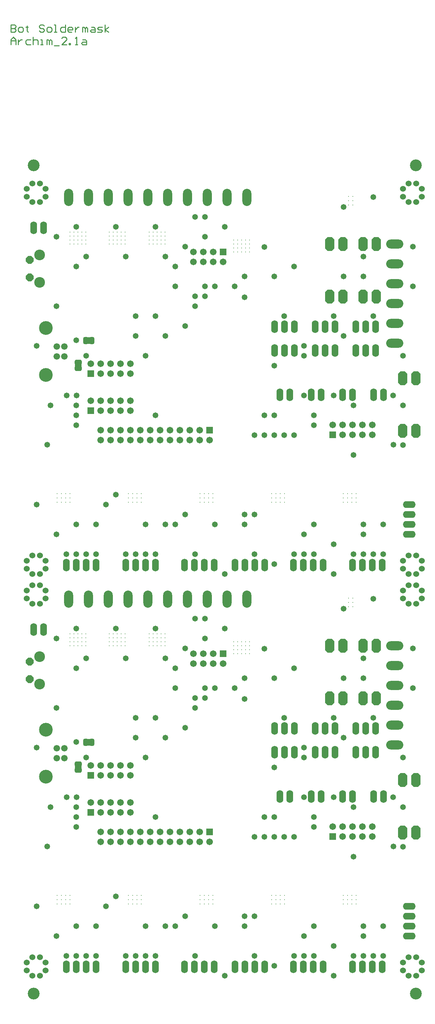
<source format=gbs>
G04*
G04 #@! TF.GenerationSoftware,Altium Limited,Altium Designer,18.1.7 (191)*
G04*
G04 Layer_Color=16711935*
%FSLAX25Y25*%
%MOIN*%
G70*
G01*
G75*
%ADD12C,0.01000*%
%ADD84C,0.06000*%
%ADD126C,0.05800*%
G04:AMPARAMS|DCode=253|XSize=118.74mil|YSize=118.74mil|CornerRadius=59.37mil|HoleSize=0mil|Usage=FLASHONLY|Rotation=90.000|XOffset=0mil|YOffset=0mil|HoleType=Round|Shape=RoundedRectangle|*
%AMROUNDEDRECTD253*
21,1,0.11874,0.00000,0,0,90.0*
21,1,0.00000,0.11874,0,0,90.0*
1,1,0.11874,0.00000,0.00000*
1,1,0.11874,0.00000,0.00000*
1,1,0.11874,0.00000,0.00000*
1,1,0.11874,0.00000,0.00000*
%
%ADD253ROUNDEDRECTD253*%
%ADD325C,0.06706*%
%ADD326R,0.06706X0.06706*%
%ADD327O,0.06800X0.12800*%
G04:AMPARAMS|DCode=328|XSize=141mil|YSize=91mil|CornerRadius=0mil|HoleSize=0mil|Usage=FLASHONLY|Rotation=90.000|XOffset=0mil|YOffset=0mil|HoleType=Round|Shape=Octagon|*
%AMOCTAGOND328*
4,1,8,0.02275,0.07050,-0.02275,0.07050,-0.04550,0.04775,-0.04550,-0.04775,-0.02275,-0.07050,0.02275,-0.07050,0.04550,-0.04775,0.04550,0.04775,0.02275,0.07050,0.0*
%
%ADD328OCTAGOND328*%

%ADD329O,0.17300X0.09050*%
%ADD330O,0.12800X0.06800*%
%ADD331O,0.09050X0.17300*%
%ADD332C,0.10800*%
%ADD333P,0.08443X8X292.5*%
%ADD334C,0.13850*%
%ADD335C,0.06600*%
%ADD336C,0.01000*%
%ADD337R,0.03543X0.07045*%
%ADD338R,0.07045X0.03543*%
G04:AMPARAMS|DCode=339|XSize=58mil|YSize=58mil|CornerRadius=29mil|HoleSize=0mil|Usage=FLASHONLY|Rotation=90.000|XOffset=0mil|YOffset=0mil|HoleType=Round|Shape=RoundedRectangle|*
%AMROUNDEDRECTD339*
21,1,0.05800,0.00000,0,0,90.0*
21,1,0.00000,0.05800,0,0,90.0*
1,1,0.05800,0.00000,0.00000*
1,1,0.05800,0.00000,0.00000*
1,1,0.05800,0.00000,0.00000*
1,1,0.05800,0.00000,0.00000*
%
%ADD339ROUNDEDRECTD339*%
G04:AMPARAMS|DCode=340|XSize=54mil|YSize=71mil|CornerRadius=15.5mil|HoleSize=0mil|Usage=FLASHONLY|Rotation=180.000|XOffset=0mil|YOffset=0mil|HoleType=Round|Shape=RoundedRectangle|*
%AMROUNDEDRECTD340*
21,1,0.05400,0.04000,0,0,180.0*
21,1,0.02300,0.07100,0,0,180.0*
1,1,0.03100,-0.01150,0.02000*
1,1,0.03100,0.01150,0.02000*
1,1,0.03100,0.01150,-0.02000*
1,1,0.03100,-0.01150,-0.02000*
%
%ADD340ROUNDEDRECTD340*%
G04:AMPARAMS|DCode=341|XSize=54mil|YSize=71mil|CornerRadius=15.5mil|HoleSize=0mil|Usage=FLASHONLY|Rotation=90.000|XOffset=0mil|YOffset=0mil|HoleType=Round|Shape=RoundedRectangle|*
%AMROUNDEDRECTD341*
21,1,0.05400,0.04000,0,0,90.0*
21,1,0.02300,0.07100,0,0,90.0*
1,1,0.03100,0.02000,0.01150*
1,1,0.03100,0.02000,-0.01150*
1,1,0.03100,-0.02000,-0.01150*
1,1,0.03100,-0.02000,0.01150*
%
%ADD341ROUNDEDRECTD341*%
G54D12*
X14869Y969840D02*
Y974838D01*
X17369Y977337D01*
X19868Y974838D01*
Y969840D01*
Y973589D01*
X14869D01*
X22367Y974838D02*
Y969840D01*
Y972339D01*
X23617Y973589D01*
X24866Y974838D01*
X26116D01*
X34863D02*
X31114D01*
X29865Y973589D01*
Y971089D01*
X31114Y969840D01*
X34863D01*
X37362Y977337D02*
Y969840D01*
Y973589D01*
X38612Y974838D01*
X41111D01*
X42360Y973589D01*
Y969840D01*
X44860D02*
X47359D01*
X46109D01*
Y974838D01*
X44860D01*
X51108Y969840D02*
Y974838D01*
X52357D01*
X53607Y973589D01*
Y969840D01*
Y973589D01*
X54856Y974838D01*
X56106Y973589D01*
Y969840D01*
X58605Y968590D02*
X63604D01*
X71101Y969840D02*
X66103D01*
X71101Y974838D01*
Y976088D01*
X69852Y977337D01*
X67352D01*
X66103Y976088D01*
X73601Y969840D02*
Y971089D01*
X74850D01*
Y969840D01*
X73601D01*
X79848D02*
X82348D01*
X81098D01*
Y977337D01*
X79848Y976088D01*
X87346Y974838D02*
X89845D01*
X91095Y973589D01*
Y969840D01*
X87346D01*
X86096Y971089D01*
X87346Y972339D01*
X91095D01*
X14869Y989837D02*
Y982340D01*
X18618D01*
X19868Y983589D01*
Y984839D01*
X18618Y986089D01*
X14869D01*
X18618D01*
X19868Y987338D01*
Y988588D01*
X18618Y989837D01*
X14869D01*
X23617Y982340D02*
X26116D01*
X27365Y983589D01*
Y986089D01*
X26116Y987338D01*
X23617D01*
X22367Y986089D01*
Y983589D01*
X23617Y982340D01*
X31114Y988588D02*
Y987338D01*
X29865D01*
X32364D01*
X31114D01*
Y983589D01*
X32364Y982340D01*
X48608Y988588D02*
X47359Y989837D01*
X44860D01*
X43610Y988588D01*
Y987338D01*
X44860Y986089D01*
X47359D01*
X48608Y984839D01*
Y983589D01*
X47359Y982340D01*
X44860D01*
X43610Y983589D01*
X52357Y982340D02*
X54856D01*
X56106Y983589D01*
Y986089D01*
X54856Y987338D01*
X52357D01*
X51108Y986089D01*
Y983589D01*
X52357Y982340D01*
X58605D02*
X61105D01*
X59855D01*
Y989837D01*
X58605D01*
X69852D02*
Y982340D01*
X66103D01*
X64853Y983589D01*
Y986089D01*
X66103Y987338D01*
X69852D01*
X76100Y982340D02*
X73601D01*
X72351Y983589D01*
Y986089D01*
X73601Y987338D01*
X76100D01*
X77349Y986089D01*
Y984839D01*
X72351D01*
X79848Y987338D02*
Y982340D01*
Y984839D01*
X81098Y986089D01*
X82348Y987338D01*
X83597D01*
X87346Y982340D02*
Y987338D01*
X88596D01*
X89845Y986089D01*
Y982340D01*
Y986089D01*
X91095Y987338D01*
X92344Y986089D01*
Y982340D01*
X96093Y987338D02*
X98592D01*
X99842Y986089D01*
Y982340D01*
X96093D01*
X94844Y983589D01*
X96093Y984839D01*
X99842D01*
X102341Y982340D02*
X106090D01*
X107340Y983589D01*
X106090Y984839D01*
X103591D01*
X102341Y986089D01*
X103591Y987338D01*
X107340D01*
X109839Y982340D02*
Y989837D01*
Y984839D02*
X113588Y987338D01*
X109839Y984839D02*
X113588Y982340D01*
G54D84*
X44331Y30945D02*
D03*
X36457D02*
D03*
X30945Y36457D02*
D03*
Y44331D02*
D03*
X36457Y49843D02*
D03*
X44331D02*
D03*
X49843Y44331D02*
D03*
Y36457D02*
D03*
X44331Y405945D02*
D03*
X36457D02*
D03*
X30945Y411457D02*
D03*
Y419331D02*
D03*
X36457Y424843D02*
D03*
X44331D02*
D03*
X49843Y419331D02*
D03*
Y411457D02*
D03*
X424331Y405945D02*
D03*
X416457D02*
D03*
X410945Y411457D02*
D03*
Y419331D02*
D03*
X416457Y424843D02*
D03*
X424331D02*
D03*
X429843Y419331D02*
D03*
Y411457D02*
D03*
X424331Y30945D02*
D03*
X416457D02*
D03*
X410945Y36457D02*
D03*
Y44331D02*
D03*
X416457Y49843D02*
D03*
X424331D02*
D03*
X429843Y44331D02*
D03*
Y36457D02*
D03*
X44331Y435945D02*
D03*
X36457D02*
D03*
X30945Y441457D02*
D03*
Y449331D02*
D03*
X36457Y454843D02*
D03*
X44331D02*
D03*
X49843Y449331D02*
D03*
Y441457D02*
D03*
X44331Y810945D02*
D03*
X36457D02*
D03*
X30945Y816457D02*
D03*
Y824331D02*
D03*
X36457Y829842D02*
D03*
X44331D02*
D03*
X49843Y824331D02*
D03*
Y816457D02*
D03*
X424331Y810945D02*
D03*
X416457D02*
D03*
X410945Y816457D02*
D03*
Y824331D02*
D03*
X416457Y829842D02*
D03*
X424331D02*
D03*
X429843Y824331D02*
D03*
Y816457D02*
D03*
X424331Y435945D02*
D03*
X416457D02*
D03*
X410945Y441457D02*
D03*
Y449331D02*
D03*
X416457Y454843D02*
D03*
X424331D02*
D03*
X429843Y449331D02*
D03*
Y441457D02*
D03*
G54D126*
X310894Y261142D02*
D03*
X280894Y241142D02*
D03*
X340894Y291142D02*
D03*
X310894Y251142D02*
D03*
X380894Y291142D02*
D03*
X350894Y271142D02*
D03*
X270894Y360842D02*
D03*
X250894Y331142D02*
D03*
X390894Y51142D02*
D03*
X380894D02*
D03*
X370894D02*
D03*
X390894Y81142D02*
D03*
X370894D02*
D03*
Y71142D02*
D03*
X340894Y61142D02*
D03*
Y31142D02*
D03*
X320894Y51142D02*
D03*
X310894D02*
D03*
X300894D02*
D03*
X370894Y351142D02*
D03*
X350894Y331142D02*
D03*
X370894D02*
D03*
X420894Y321142D02*
D03*
X350894Y401142D02*
D03*
X410894Y201142D02*
D03*
X40894Y261142D02*
D03*
X80807Y266791D02*
D03*
X200894Y391142D02*
D03*
X410894Y161142D02*
D03*
Y251142D02*
D03*
X210894Y391142D02*
D03*
X60894Y371142D02*
D03*
X280894Y331142D02*
D03*
X300894Y341142D02*
D03*
X270894Y171142D02*
D03*
X260894D02*
D03*
X80894Y381142D02*
D03*
X120894D02*
D03*
X160894D02*
D03*
X420894Y361142D02*
D03*
X230894Y31142D02*
D03*
X200894Y51142D02*
D03*
X280894Y41142D02*
D03*
X260894Y51142D02*
D03*
X280894Y191142D02*
D03*
X290894Y291142D02*
D03*
X190894Y281142D02*
D03*
X220894Y321142D02*
D03*
X210894Y311142D02*
D03*
Y321142D02*
D03*
X160894Y51142D02*
D03*
X150894D02*
D03*
X140894D02*
D03*
X130894D02*
D03*
X100894D02*
D03*
X90894D02*
D03*
X80894D02*
D03*
X70901Y51149D02*
D03*
X100894Y81142D02*
D03*
X80894D02*
D03*
X60894Y71142D02*
D03*
X40894Y101142D02*
D03*
X170894Y81142D02*
D03*
X150894D02*
D03*
X120894Y111142D02*
D03*
X110894Y101142D02*
D03*
X250894Y81142D02*
D03*
X220894D02*
D03*
X190894Y91142D02*
D03*
X180894Y81142D02*
D03*
X320894D02*
D03*
X310894Y71142D02*
D03*
X260894Y91142D02*
D03*
X250894D02*
D03*
X320894Y181142D02*
D03*
X280894Y171142D02*
D03*
X300894D02*
D03*
X270894Y191142D02*
D03*
X320894D02*
D03*
X290894Y171142D02*
D03*
X360894Y201142D02*
D03*
X340894Y211142D02*
D03*
X310894D02*
D03*
X250894Y309994D02*
D03*
X160894Y191142D02*
D03*
X81102Y211142D02*
D03*
X80894Y191142D02*
D03*
X400894Y211142D02*
D03*
X150894Y251142D02*
D03*
X51494Y161394D02*
D03*
X80894Y201142D02*
D03*
Y181142D02*
D03*
X54894Y201142D02*
D03*
X71102Y211142D02*
D03*
X90894Y251142D02*
D03*
X140894Y271142D02*
D03*
X170894D02*
D03*
X200894Y301142D02*
D03*
X180894Y321142D02*
D03*
X240894D02*
D03*
X210894Y371142D02*
D03*
X160894Y291142D02*
D03*
X140894D02*
D03*
X180894Y341142D02*
D03*
X190894Y361142D02*
D03*
X170894Y351142D02*
D03*
X130894D02*
D03*
X90894D02*
D03*
X80894Y341142D02*
D03*
X60894Y301142D02*
D03*
X360894Y51142D02*
D03*
X200894Y311142D02*
D03*
X230894Y381142D02*
D03*
X310894Y666142D02*
D03*
X280894Y646142D02*
D03*
X340894Y696142D02*
D03*
X310894Y656142D02*
D03*
X380894Y696142D02*
D03*
X350894Y676142D02*
D03*
X270894Y765842D02*
D03*
X250894Y736142D02*
D03*
X390894Y456142D02*
D03*
X380894D02*
D03*
X370894D02*
D03*
X390894Y486142D02*
D03*
X370894D02*
D03*
Y476142D02*
D03*
X340894Y466142D02*
D03*
Y436142D02*
D03*
X320894Y456142D02*
D03*
X310894D02*
D03*
X300894D02*
D03*
X370894Y756142D02*
D03*
X350894Y736142D02*
D03*
X370894D02*
D03*
X420894Y726142D02*
D03*
X350894Y806142D02*
D03*
X410894Y606142D02*
D03*
X40894Y666142D02*
D03*
X80807Y671791D02*
D03*
X200894Y796142D02*
D03*
X410894Y566142D02*
D03*
Y656142D02*
D03*
X210894Y796142D02*
D03*
X60894Y776142D02*
D03*
X280894Y736142D02*
D03*
X300894Y746142D02*
D03*
X270894Y576142D02*
D03*
X260894D02*
D03*
X80894Y786142D02*
D03*
X120894D02*
D03*
X160894D02*
D03*
X420894Y766142D02*
D03*
X230894Y436142D02*
D03*
X200894Y456142D02*
D03*
X280894Y446142D02*
D03*
X260894Y456142D02*
D03*
X280894Y596142D02*
D03*
X290894Y696142D02*
D03*
X190894Y686142D02*
D03*
X220894Y726142D02*
D03*
X210894Y716142D02*
D03*
Y726142D02*
D03*
X160894Y456142D02*
D03*
X150894D02*
D03*
X140894D02*
D03*
X130894D02*
D03*
X100894D02*
D03*
X90894D02*
D03*
X80894D02*
D03*
X70901Y456149D02*
D03*
X100894Y486142D02*
D03*
X80894D02*
D03*
X60894Y476142D02*
D03*
X40894Y506142D02*
D03*
X170894Y486142D02*
D03*
X150894D02*
D03*
X120894Y516142D02*
D03*
X110894Y506142D02*
D03*
X250894Y486142D02*
D03*
X220894D02*
D03*
X190894Y496142D02*
D03*
X180894Y486142D02*
D03*
X320894D02*
D03*
X310894Y476142D02*
D03*
X260894Y496142D02*
D03*
X250894D02*
D03*
X320894Y586142D02*
D03*
X280894Y576142D02*
D03*
X300894D02*
D03*
X270894Y596142D02*
D03*
X320894D02*
D03*
X290894Y576142D02*
D03*
X360894Y606142D02*
D03*
X340894Y616142D02*
D03*
X310894D02*
D03*
X250894Y714994D02*
D03*
X160894Y596142D02*
D03*
X81102Y616142D02*
D03*
X80894Y596142D02*
D03*
X400894Y616142D02*
D03*
X150894Y656142D02*
D03*
X51494Y566394D02*
D03*
X80894Y606142D02*
D03*
Y586142D02*
D03*
X54894Y606142D02*
D03*
X71102Y616142D02*
D03*
X90894Y656142D02*
D03*
X140894Y676142D02*
D03*
X170894D02*
D03*
X200894Y706142D02*
D03*
X180894Y726142D02*
D03*
X240894D02*
D03*
X210894Y776142D02*
D03*
X160894Y696142D02*
D03*
X140894D02*
D03*
X180894Y746142D02*
D03*
X190894Y766142D02*
D03*
X170894Y756142D02*
D03*
X130894D02*
D03*
X90894D02*
D03*
X80894Y746142D02*
D03*
X60894Y706142D02*
D03*
X360894Y456142D02*
D03*
X200894Y716142D02*
D03*
X230894Y786142D02*
D03*
G54D253*
X37894Y847974D02*
D03*
X423780D02*
D03*
Y13189D02*
D03*
X37894Y12894D02*
D03*
G54D325*
X379870Y181280D02*
D03*
Y171280D02*
D03*
X369870Y181280D02*
D03*
Y171280D02*
D03*
X359870Y181280D02*
D03*
Y171280D02*
D03*
X349870Y181280D02*
D03*
Y171280D02*
D03*
X339870Y181280D02*
D03*
X135694Y205694D02*
D03*
Y195694D02*
D03*
X125694Y205694D02*
D03*
Y195694D02*
D03*
X115694Y205694D02*
D03*
Y195694D02*
D03*
X105694Y205694D02*
D03*
Y195694D02*
D03*
X95694Y205694D02*
D03*
X135694Y243187D02*
D03*
Y233187D02*
D03*
X125694Y243187D02*
D03*
Y233187D02*
D03*
X115694Y243187D02*
D03*
Y233187D02*
D03*
X105694Y243187D02*
D03*
Y233187D02*
D03*
X95694Y243187D02*
D03*
X215494Y165994D02*
D03*
X205494Y175994D02*
D03*
Y165994D02*
D03*
X195494Y175994D02*
D03*
Y165994D02*
D03*
X185494Y175994D02*
D03*
Y165994D02*
D03*
X175494Y175994D02*
D03*
Y165994D02*
D03*
X165494Y175994D02*
D03*
Y165994D02*
D03*
X155494Y175994D02*
D03*
Y165994D02*
D03*
X145494Y175994D02*
D03*
Y165994D02*
D03*
X135494Y175994D02*
D03*
Y165994D02*
D03*
X125494Y175994D02*
D03*
Y165994D02*
D03*
X115494Y175994D02*
D03*
Y165994D02*
D03*
X105494Y175994D02*
D03*
Y165994D02*
D03*
X199194Y345694D02*
D03*
Y355694D02*
D03*
X209194Y345694D02*
D03*
Y355694D02*
D03*
X219194Y345694D02*
D03*
Y355694D02*
D03*
X229194Y345694D02*
D03*
X379870Y586280D02*
D03*
Y576280D02*
D03*
X369870Y586280D02*
D03*
Y576280D02*
D03*
X359870Y586280D02*
D03*
Y576280D02*
D03*
X349870Y586280D02*
D03*
Y576280D02*
D03*
X339870Y586280D02*
D03*
X135694Y610694D02*
D03*
Y600694D02*
D03*
X125694Y610694D02*
D03*
Y600694D02*
D03*
X115694Y610694D02*
D03*
Y600694D02*
D03*
X105694Y610694D02*
D03*
Y600694D02*
D03*
X95694Y610694D02*
D03*
X135694Y648187D02*
D03*
Y638187D02*
D03*
X125694Y648187D02*
D03*
Y638187D02*
D03*
X115694Y648187D02*
D03*
Y638187D02*
D03*
X105694Y648187D02*
D03*
Y638187D02*
D03*
X95694Y648187D02*
D03*
X215494Y570994D02*
D03*
X205494Y580994D02*
D03*
Y570994D02*
D03*
X195494Y580994D02*
D03*
Y570994D02*
D03*
X185494Y580994D02*
D03*
Y570994D02*
D03*
X175494Y580994D02*
D03*
Y570994D02*
D03*
X165494Y580994D02*
D03*
Y570994D02*
D03*
X155494Y580994D02*
D03*
Y570994D02*
D03*
X145494Y580994D02*
D03*
Y570994D02*
D03*
X135494Y580994D02*
D03*
Y570994D02*
D03*
X125494Y580994D02*
D03*
Y570994D02*
D03*
X115494Y580994D02*
D03*
Y570994D02*
D03*
X105494Y580994D02*
D03*
Y570994D02*
D03*
X199194Y750694D02*
D03*
Y760694D02*
D03*
X209194Y750694D02*
D03*
Y760694D02*
D03*
X219194Y750694D02*
D03*
Y760694D02*
D03*
X229194Y750694D02*
D03*
G54D326*
X339870Y171280D02*
D03*
X95694Y195694D02*
D03*
Y233187D02*
D03*
X215494Y175994D02*
D03*
X229194Y355694D02*
D03*
X339870Y576280D02*
D03*
X95694Y600694D02*
D03*
Y638187D02*
D03*
X215494Y580994D02*
D03*
X229194Y760694D02*
D03*
G54D327*
X359894Y211694D02*
D03*
X349894D02*
D03*
X296694D02*
D03*
X286694D02*
D03*
X318394D02*
D03*
X328394D02*
D03*
X363194Y280294D02*
D03*
X373194D02*
D03*
X383194D02*
D03*
X301094D02*
D03*
X291094D02*
D03*
X281094D02*
D03*
X383194Y256294D02*
D03*
X373194D02*
D03*
X363194D02*
D03*
X322144D02*
D03*
X332144D02*
D03*
X342144D02*
D03*
X301094D02*
D03*
X291094D02*
D03*
X281094D02*
D03*
X359894Y39894D02*
D03*
X369894D02*
D03*
X379894D02*
D03*
X389894D02*
D03*
X300394D02*
D03*
X310394D02*
D03*
X320394D02*
D03*
X330394D02*
D03*
X190394D02*
D03*
X200394D02*
D03*
X210394D02*
D03*
X220394D02*
D03*
X241394D02*
D03*
X251394D02*
D03*
X261394D02*
D03*
X271394D02*
D03*
X130894D02*
D03*
X140894D02*
D03*
X150894D02*
D03*
X160894D02*
D03*
X100894D02*
D03*
X90894D02*
D03*
X80894D02*
D03*
X70894D02*
D03*
X342144Y280294D02*
D03*
X332144D02*
D03*
X322144D02*
D03*
X381194Y211694D02*
D03*
X391194D02*
D03*
X37794Y379894D02*
D03*
X47794D02*
D03*
X359894Y616694D02*
D03*
X349894D02*
D03*
X296694D02*
D03*
X286694D02*
D03*
X318394D02*
D03*
X328394D02*
D03*
X363194Y685294D02*
D03*
X373194D02*
D03*
X383194D02*
D03*
X301094D02*
D03*
X291094D02*
D03*
X281094D02*
D03*
X383194Y661294D02*
D03*
X373194D02*
D03*
X363194D02*
D03*
X322144D02*
D03*
X332144D02*
D03*
X342144D02*
D03*
X301094D02*
D03*
X291094D02*
D03*
X281094D02*
D03*
X359894Y444894D02*
D03*
X369894D02*
D03*
X379894D02*
D03*
X389894D02*
D03*
X300394D02*
D03*
X310394D02*
D03*
X320394D02*
D03*
X330394D02*
D03*
X190394D02*
D03*
X200394D02*
D03*
X210394D02*
D03*
X220394D02*
D03*
X241394D02*
D03*
X251394D02*
D03*
X261394D02*
D03*
X271394D02*
D03*
X130894D02*
D03*
X140894D02*
D03*
X150894D02*
D03*
X160894D02*
D03*
X100894D02*
D03*
X90894D02*
D03*
X80894D02*
D03*
X70894D02*
D03*
X342144Y685294D02*
D03*
X332144D02*
D03*
X322144D02*
D03*
X381194Y616694D02*
D03*
X391194D02*
D03*
X37794Y784894D02*
D03*
X47794D02*
D03*
G54D328*
X336894Y363794D02*
D03*
X350294D02*
D03*
Y310794D02*
D03*
X336894D02*
D03*
X370494Y363794D02*
D03*
X383894D02*
D03*
Y310794D02*
D03*
X370494D02*
D03*
X423826Y228272D02*
D03*
X410426D02*
D03*
Y175272D02*
D03*
X423826D02*
D03*
X336894Y768794D02*
D03*
X350294D02*
D03*
Y715794D02*
D03*
X336894D02*
D03*
X370494Y768794D02*
D03*
X383894D02*
D03*
Y715794D02*
D03*
X370494D02*
D03*
X423826Y633272D02*
D03*
X410426D02*
D03*
Y580272D02*
D03*
X423826D02*
D03*
G54D329*
X402457Y263642D02*
D03*
Y283642D02*
D03*
Y303642D02*
D03*
Y323642D02*
D03*
Y363642D02*
D03*
Y343642D02*
D03*
Y668642D02*
D03*
Y688642D02*
D03*
Y708642D02*
D03*
Y728642D02*
D03*
Y768642D02*
D03*
Y748642D02*
D03*
G54D330*
X417194Y100894D02*
D03*
Y90894D02*
D03*
Y80894D02*
D03*
Y70894D02*
D03*
Y505894D02*
D03*
Y495894D02*
D03*
Y485894D02*
D03*
Y475894D02*
D03*
G54D331*
X73394Y410594D02*
D03*
X93394D02*
D03*
X113394D02*
D03*
X133394D02*
D03*
X153394D02*
D03*
X173394D02*
D03*
X193394D02*
D03*
X213394D02*
D03*
X233394D02*
D03*
X253394D02*
D03*
X73394Y815594D02*
D03*
X93394D02*
D03*
X113394D02*
D03*
X133394D02*
D03*
X153394D02*
D03*
X173394D02*
D03*
X193394D02*
D03*
X213394D02*
D03*
X233394D02*
D03*
X253394D02*
D03*
G54D332*
X43794Y325094D02*
D03*
Y352694D02*
D03*
Y730094D02*
D03*
Y757694D02*
D03*
G54D333*
X33994Y329994D02*
D03*
Y347794D02*
D03*
Y734994D02*
D03*
Y752794D02*
D03*
G54D334*
X50394Y231694D02*
D03*
Y279016D02*
D03*
Y636694D02*
D03*
Y684016D02*
D03*
G54D335*
X61094Y250394D02*
D03*
Y260315D02*
D03*
X68994D02*
D03*
Y250394D02*
D03*
X61094Y655394D02*
D03*
Y665315D02*
D03*
X68994D02*
D03*
Y655394D02*
D03*
G54D336*
X61482Y107658D02*
D03*
Y111988D02*
D03*
X65813Y103327D02*
D03*
Y107658D02*
D03*
Y111988D02*
D03*
X70143Y103327D02*
D03*
Y107658D02*
D03*
Y111988D02*
D03*
X74474Y103327D02*
D03*
Y107658D02*
D03*
Y111988D02*
D03*
X61482Y103327D02*
D03*
X278214D02*
D03*
X291206Y111988D02*
D03*
Y107658D02*
D03*
Y103327D02*
D03*
X286876Y111988D02*
D03*
Y107658D02*
D03*
Y103327D02*
D03*
X282545Y111988D02*
D03*
Y107658D02*
D03*
Y103327D02*
D03*
X278214Y111988D02*
D03*
Y107658D02*
D03*
X350458D02*
D03*
Y111988D02*
D03*
X354789Y103327D02*
D03*
Y107658D02*
D03*
Y111988D02*
D03*
X359120Y103327D02*
D03*
Y107658D02*
D03*
Y111988D02*
D03*
X363450Y103327D02*
D03*
Y107658D02*
D03*
Y111988D02*
D03*
X350458Y103327D02*
D03*
X133726D02*
D03*
X146718Y111988D02*
D03*
Y107658D02*
D03*
Y103327D02*
D03*
X142387Y111988D02*
D03*
Y107658D02*
D03*
Y103327D02*
D03*
X138057Y111988D02*
D03*
Y107658D02*
D03*
Y103327D02*
D03*
X133726Y111988D02*
D03*
Y107658D02*
D03*
X205970D02*
D03*
Y111988D02*
D03*
X210301Y103327D02*
D03*
Y107658D02*
D03*
Y111988D02*
D03*
X214632Y103327D02*
D03*
Y107658D02*
D03*
Y111988D02*
D03*
X218962Y103327D02*
D03*
Y107658D02*
D03*
Y111988D02*
D03*
X205970Y103327D02*
D03*
X252043Y355596D02*
D03*
X256043D02*
D03*
Y359596D02*
D03*
X252043D02*
D03*
Y363596D02*
D03*
X256043D02*
D03*
Y367596D02*
D03*
X252043D02*
D03*
X244043D02*
D03*
X240043D02*
D03*
Y363596D02*
D03*
X244043D02*
D03*
Y359596D02*
D03*
X240043D02*
D03*
Y355596D02*
D03*
X244043D02*
D03*
X248043D02*
D03*
Y359596D02*
D03*
Y367596D02*
D03*
Y363596D02*
D03*
X162494Y371596D02*
D03*
Y375596D02*
D03*
Y367596D02*
D03*
Y363596D02*
D03*
X158494D02*
D03*
X154494D02*
D03*
Y367596D02*
D03*
X158494D02*
D03*
Y371596D02*
D03*
X154494D02*
D03*
Y375596D02*
D03*
X158494D02*
D03*
X166494D02*
D03*
X170494D02*
D03*
Y371596D02*
D03*
X166494D02*
D03*
Y367596D02*
D03*
X170494D02*
D03*
Y363596D02*
D03*
X166494D02*
D03*
X126394D02*
D03*
X130394D02*
D03*
Y367596D02*
D03*
X126394D02*
D03*
Y371596D02*
D03*
X130394D02*
D03*
Y375596D02*
D03*
X126394D02*
D03*
X118394D02*
D03*
X114394D02*
D03*
Y371596D02*
D03*
X118394D02*
D03*
Y367596D02*
D03*
X114394D02*
D03*
Y363596D02*
D03*
X118394D02*
D03*
X122394D02*
D03*
Y367596D02*
D03*
Y375596D02*
D03*
Y371596D02*
D03*
X82543D02*
D03*
Y375596D02*
D03*
Y367596D02*
D03*
Y363596D02*
D03*
X78543D02*
D03*
X74543D02*
D03*
Y367596D02*
D03*
X78543D02*
D03*
Y371596D02*
D03*
X74543D02*
D03*
Y375596D02*
D03*
X78543D02*
D03*
X86543D02*
D03*
X90543D02*
D03*
Y371596D02*
D03*
X86543D02*
D03*
Y367596D02*
D03*
X90543D02*
D03*
Y363596D02*
D03*
X86543D02*
D03*
X360294Y403081D02*
D03*
X355963D02*
D03*
X360294Y407412D02*
D03*
X355963D02*
D03*
X360294Y411742D02*
D03*
X355963D02*
D03*
X61482Y512658D02*
D03*
Y516988D02*
D03*
X65813Y508327D02*
D03*
Y512658D02*
D03*
Y516988D02*
D03*
X70143Y508327D02*
D03*
Y512658D02*
D03*
Y516988D02*
D03*
X74474Y508327D02*
D03*
Y512658D02*
D03*
Y516988D02*
D03*
X61482Y508327D02*
D03*
X278214D02*
D03*
X291206Y516988D02*
D03*
Y512658D02*
D03*
Y508327D02*
D03*
X286876Y516988D02*
D03*
Y512658D02*
D03*
Y508327D02*
D03*
X282545Y516988D02*
D03*
Y512658D02*
D03*
Y508327D02*
D03*
X278214Y516988D02*
D03*
Y512658D02*
D03*
X350458D02*
D03*
Y516988D02*
D03*
X354789Y508327D02*
D03*
Y512658D02*
D03*
Y516988D02*
D03*
X359120Y508327D02*
D03*
Y512658D02*
D03*
Y516988D02*
D03*
X363450Y508327D02*
D03*
Y512658D02*
D03*
Y516988D02*
D03*
X350458Y508327D02*
D03*
X133726D02*
D03*
X146718Y516988D02*
D03*
Y512658D02*
D03*
Y508327D02*
D03*
X142387Y516988D02*
D03*
Y512658D02*
D03*
Y508327D02*
D03*
X138057Y516988D02*
D03*
Y512658D02*
D03*
Y508327D02*
D03*
X133726Y516988D02*
D03*
Y512658D02*
D03*
X205970D02*
D03*
Y516988D02*
D03*
X210301Y508327D02*
D03*
Y512658D02*
D03*
Y516988D02*
D03*
X214632Y508327D02*
D03*
Y512658D02*
D03*
Y516988D02*
D03*
X218962Y508327D02*
D03*
Y512658D02*
D03*
Y516988D02*
D03*
X205970Y508327D02*
D03*
X252043Y760596D02*
D03*
X256043D02*
D03*
Y764596D02*
D03*
X252043D02*
D03*
Y768596D02*
D03*
X256043D02*
D03*
Y772596D02*
D03*
X252043D02*
D03*
X244043D02*
D03*
X240043D02*
D03*
Y768596D02*
D03*
X244043D02*
D03*
Y764596D02*
D03*
X240043D02*
D03*
Y760596D02*
D03*
X244043D02*
D03*
X248043D02*
D03*
Y764596D02*
D03*
Y772596D02*
D03*
Y768596D02*
D03*
X162494Y776596D02*
D03*
Y780596D02*
D03*
Y772596D02*
D03*
Y768596D02*
D03*
X158494D02*
D03*
X154494D02*
D03*
Y772596D02*
D03*
X158494D02*
D03*
Y776596D02*
D03*
X154494D02*
D03*
Y780596D02*
D03*
X158494D02*
D03*
X166494D02*
D03*
X170494D02*
D03*
Y776596D02*
D03*
X166494D02*
D03*
Y772596D02*
D03*
X170494D02*
D03*
Y768596D02*
D03*
X166494D02*
D03*
X126394D02*
D03*
X130394D02*
D03*
Y772596D02*
D03*
X126394D02*
D03*
Y776596D02*
D03*
X130394D02*
D03*
Y780596D02*
D03*
X126394D02*
D03*
X118394D02*
D03*
X114394D02*
D03*
Y776596D02*
D03*
X118394D02*
D03*
Y772596D02*
D03*
X114394D02*
D03*
Y768596D02*
D03*
X118394D02*
D03*
X122394D02*
D03*
Y772596D02*
D03*
Y780596D02*
D03*
Y776596D02*
D03*
X82543D02*
D03*
Y780596D02*
D03*
Y772596D02*
D03*
Y768596D02*
D03*
X78543D02*
D03*
X74543D02*
D03*
Y772596D02*
D03*
X78543D02*
D03*
Y776596D02*
D03*
X74543D02*
D03*
Y780596D02*
D03*
X78543D02*
D03*
X86543D02*
D03*
X90543D02*
D03*
Y776596D02*
D03*
X86543D02*
D03*
Y772596D02*
D03*
X90543D02*
D03*
Y768596D02*
D03*
X86543D02*
D03*
X360294Y808081D02*
D03*
X355963D02*
D03*
X360294Y812412D02*
D03*
X355963D02*
D03*
X360294Y816743D02*
D03*
X355963D02*
D03*
G54D337*
X93504Y266534D02*
D03*
Y671534D02*
D03*
G54D338*
X83050Y241358D02*
D03*
Y646358D02*
D03*
G54D339*
X401221Y161319D02*
D03*
X360894Y151142D02*
D03*
X380894Y411142D02*
D03*
X401221Y566319D02*
D03*
X360894Y556142D02*
D03*
X380894Y816142D02*
D03*
G54D340*
X96406Y266457D02*
D03*
X90405D02*
D03*
X96406Y671457D02*
D03*
X90405D02*
D03*
G54D341*
X82972Y244457D02*
D03*
Y238457D02*
D03*
Y649457D02*
D03*
Y643457D02*
D03*
M02*

</source>
